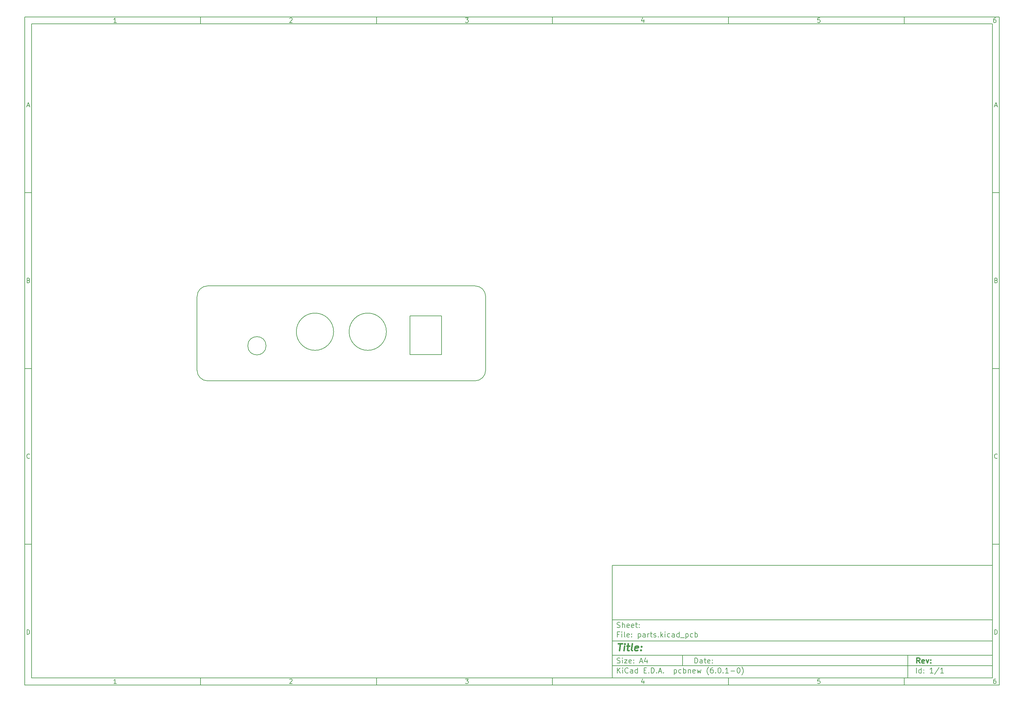
<source format=gm1>
G04 #@! TF.GenerationSoftware,KiCad,Pcbnew,(6.0.1-0)*
G04 #@! TF.CreationDate,2022-01-26T00:07:16+08:00*
G04 #@! TF.ProjectId,parts,70617274-732e-46b6-9963-61645f706362,rev?*
G04 #@! TF.SameCoordinates,Original*
G04 #@! TF.FileFunction,Profile,NP*
%FSLAX46Y46*%
G04 Gerber Fmt 4.6, Leading zero omitted, Abs format (unit mm)*
G04 Created by KiCad (PCBNEW (6.0.1-0)) date 2022-01-26 00:07:16*
%MOMM*%
%LPD*%
G01*
G04 APERTURE LIST*
%ADD10C,0.100000*%
%ADD11C,0.150000*%
%ADD12C,0.300000*%
%ADD13C,0.400000*%
G04 #@! TA.AperFunction,Profile*
%ADD14C,0.150000*%
G04 #@! TD*
G04 APERTURE END LIST*
D10*
D11*
X177002200Y-166007200D02*
X177002200Y-198007200D01*
X285002200Y-198007200D01*
X285002200Y-166007200D01*
X177002200Y-166007200D01*
D10*
D11*
X10000000Y-10000000D02*
X10000000Y-200007200D01*
X287002200Y-200007200D01*
X287002200Y-10000000D01*
X10000000Y-10000000D01*
D10*
D11*
X12000000Y-12000000D02*
X12000000Y-198007200D01*
X285002200Y-198007200D01*
X285002200Y-12000000D01*
X12000000Y-12000000D01*
D10*
D11*
X60000000Y-12000000D02*
X60000000Y-10000000D01*
D10*
D11*
X110000000Y-12000000D02*
X110000000Y-10000000D01*
D10*
D11*
X160000000Y-12000000D02*
X160000000Y-10000000D01*
D10*
D11*
X210000000Y-12000000D02*
X210000000Y-10000000D01*
D10*
D11*
X260000000Y-12000000D02*
X260000000Y-10000000D01*
D10*
D11*
X36065476Y-11588095D02*
X35322619Y-11588095D01*
X35694047Y-11588095D02*
X35694047Y-10288095D01*
X35570238Y-10473809D01*
X35446428Y-10597619D01*
X35322619Y-10659523D01*
D10*
D11*
X85322619Y-10411904D02*
X85384523Y-10350000D01*
X85508333Y-10288095D01*
X85817857Y-10288095D01*
X85941666Y-10350000D01*
X86003571Y-10411904D01*
X86065476Y-10535714D01*
X86065476Y-10659523D01*
X86003571Y-10845238D01*
X85260714Y-11588095D01*
X86065476Y-11588095D01*
D10*
D11*
X135260714Y-10288095D02*
X136065476Y-10288095D01*
X135632142Y-10783333D01*
X135817857Y-10783333D01*
X135941666Y-10845238D01*
X136003571Y-10907142D01*
X136065476Y-11030952D01*
X136065476Y-11340476D01*
X136003571Y-11464285D01*
X135941666Y-11526190D01*
X135817857Y-11588095D01*
X135446428Y-11588095D01*
X135322619Y-11526190D01*
X135260714Y-11464285D01*
D10*
D11*
X185941666Y-10721428D02*
X185941666Y-11588095D01*
X185632142Y-10226190D02*
X185322619Y-11154761D01*
X186127380Y-11154761D01*
D10*
D11*
X236003571Y-10288095D02*
X235384523Y-10288095D01*
X235322619Y-10907142D01*
X235384523Y-10845238D01*
X235508333Y-10783333D01*
X235817857Y-10783333D01*
X235941666Y-10845238D01*
X236003571Y-10907142D01*
X236065476Y-11030952D01*
X236065476Y-11340476D01*
X236003571Y-11464285D01*
X235941666Y-11526190D01*
X235817857Y-11588095D01*
X235508333Y-11588095D01*
X235384523Y-11526190D01*
X235322619Y-11464285D01*
D10*
D11*
X285941666Y-10288095D02*
X285694047Y-10288095D01*
X285570238Y-10350000D01*
X285508333Y-10411904D01*
X285384523Y-10597619D01*
X285322619Y-10845238D01*
X285322619Y-11340476D01*
X285384523Y-11464285D01*
X285446428Y-11526190D01*
X285570238Y-11588095D01*
X285817857Y-11588095D01*
X285941666Y-11526190D01*
X286003571Y-11464285D01*
X286065476Y-11340476D01*
X286065476Y-11030952D01*
X286003571Y-10907142D01*
X285941666Y-10845238D01*
X285817857Y-10783333D01*
X285570238Y-10783333D01*
X285446428Y-10845238D01*
X285384523Y-10907142D01*
X285322619Y-11030952D01*
D10*
D11*
X60000000Y-198007200D02*
X60000000Y-200007200D01*
D10*
D11*
X110000000Y-198007200D02*
X110000000Y-200007200D01*
D10*
D11*
X160000000Y-198007200D02*
X160000000Y-200007200D01*
D10*
D11*
X210000000Y-198007200D02*
X210000000Y-200007200D01*
D10*
D11*
X260000000Y-198007200D02*
X260000000Y-200007200D01*
D10*
D11*
X36065476Y-199595295D02*
X35322619Y-199595295D01*
X35694047Y-199595295D02*
X35694047Y-198295295D01*
X35570238Y-198481009D01*
X35446428Y-198604819D01*
X35322619Y-198666723D01*
D10*
D11*
X85322619Y-198419104D02*
X85384523Y-198357200D01*
X85508333Y-198295295D01*
X85817857Y-198295295D01*
X85941666Y-198357200D01*
X86003571Y-198419104D01*
X86065476Y-198542914D01*
X86065476Y-198666723D01*
X86003571Y-198852438D01*
X85260714Y-199595295D01*
X86065476Y-199595295D01*
D10*
D11*
X135260714Y-198295295D02*
X136065476Y-198295295D01*
X135632142Y-198790533D01*
X135817857Y-198790533D01*
X135941666Y-198852438D01*
X136003571Y-198914342D01*
X136065476Y-199038152D01*
X136065476Y-199347676D01*
X136003571Y-199471485D01*
X135941666Y-199533390D01*
X135817857Y-199595295D01*
X135446428Y-199595295D01*
X135322619Y-199533390D01*
X135260714Y-199471485D01*
D10*
D11*
X185941666Y-198728628D02*
X185941666Y-199595295D01*
X185632142Y-198233390D02*
X185322619Y-199161961D01*
X186127380Y-199161961D01*
D10*
D11*
X236003571Y-198295295D02*
X235384523Y-198295295D01*
X235322619Y-198914342D01*
X235384523Y-198852438D01*
X235508333Y-198790533D01*
X235817857Y-198790533D01*
X235941666Y-198852438D01*
X236003571Y-198914342D01*
X236065476Y-199038152D01*
X236065476Y-199347676D01*
X236003571Y-199471485D01*
X235941666Y-199533390D01*
X235817857Y-199595295D01*
X235508333Y-199595295D01*
X235384523Y-199533390D01*
X235322619Y-199471485D01*
D10*
D11*
X285941666Y-198295295D02*
X285694047Y-198295295D01*
X285570238Y-198357200D01*
X285508333Y-198419104D01*
X285384523Y-198604819D01*
X285322619Y-198852438D01*
X285322619Y-199347676D01*
X285384523Y-199471485D01*
X285446428Y-199533390D01*
X285570238Y-199595295D01*
X285817857Y-199595295D01*
X285941666Y-199533390D01*
X286003571Y-199471485D01*
X286065476Y-199347676D01*
X286065476Y-199038152D01*
X286003571Y-198914342D01*
X285941666Y-198852438D01*
X285817857Y-198790533D01*
X285570238Y-198790533D01*
X285446428Y-198852438D01*
X285384523Y-198914342D01*
X285322619Y-199038152D01*
D10*
D11*
X10000000Y-60000000D02*
X12000000Y-60000000D01*
D10*
D11*
X10000000Y-110000000D02*
X12000000Y-110000000D01*
D10*
D11*
X10000000Y-160000000D02*
X12000000Y-160000000D01*
D10*
D11*
X10690476Y-35216666D02*
X11309523Y-35216666D01*
X10566666Y-35588095D02*
X11000000Y-34288095D01*
X11433333Y-35588095D01*
D10*
D11*
X11092857Y-84907142D02*
X11278571Y-84969047D01*
X11340476Y-85030952D01*
X11402380Y-85154761D01*
X11402380Y-85340476D01*
X11340476Y-85464285D01*
X11278571Y-85526190D01*
X11154761Y-85588095D01*
X10659523Y-85588095D01*
X10659523Y-84288095D01*
X11092857Y-84288095D01*
X11216666Y-84350000D01*
X11278571Y-84411904D01*
X11340476Y-84535714D01*
X11340476Y-84659523D01*
X11278571Y-84783333D01*
X11216666Y-84845238D01*
X11092857Y-84907142D01*
X10659523Y-84907142D01*
D10*
D11*
X11402380Y-135464285D02*
X11340476Y-135526190D01*
X11154761Y-135588095D01*
X11030952Y-135588095D01*
X10845238Y-135526190D01*
X10721428Y-135402380D01*
X10659523Y-135278571D01*
X10597619Y-135030952D01*
X10597619Y-134845238D01*
X10659523Y-134597619D01*
X10721428Y-134473809D01*
X10845238Y-134350000D01*
X11030952Y-134288095D01*
X11154761Y-134288095D01*
X11340476Y-134350000D01*
X11402380Y-134411904D01*
D10*
D11*
X10659523Y-185588095D02*
X10659523Y-184288095D01*
X10969047Y-184288095D01*
X11154761Y-184350000D01*
X11278571Y-184473809D01*
X11340476Y-184597619D01*
X11402380Y-184845238D01*
X11402380Y-185030952D01*
X11340476Y-185278571D01*
X11278571Y-185402380D01*
X11154761Y-185526190D01*
X10969047Y-185588095D01*
X10659523Y-185588095D01*
D10*
D11*
X287002200Y-60000000D02*
X285002200Y-60000000D01*
D10*
D11*
X287002200Y-110000000D02*
X285002200Y-110000000D01*
D10*
D11*
X287002200Y-160000000D02*
X285002200Y-160000000D01*
D10*
D11*
X285692676Y-35216666D02*
X286311723Y-35216666D01*
X285568866Y-35588095D02*
X286002200Y-34288095D01*
X286435533Y-35588095D01*
D10*
D11*
X286095057Y-84907142D02*
X286280771Y-84969047D01*
X286342676Y-85030952D01*
X286404580Y-85154761D01*
X286404580Y-85340476D01*
X286342676Y-85464285D01*
X286280771Y-85526190D01*
X286156961Y-85588095D01*
X285661723Y-85588095D01*
X285661723Y-84288095D01*
X286095057Y-84288095D01*
X286218866Y-84350000D01*
X286280771Y-84411904D01*
X286342676Y-84535714D01*
X286342676Y-84659523D01*
X286280771Y-84783333D01*
X286218866Y-84845238D01*
X286095057Y-84907142D01*
X285661723Y-84907142D01*
D10*
D11*
X286404580Y-135464285D02*
X286342676Y-135526190D01*
X286156961Y-135588095D01*
X286033152Y-135588095D01*
X285847438Y-135526190D01*
X285723628Y-135402380D01*
X285661723Y-135278571D01*
X285599819Y-135030952D01*
X285599819Y-134845238D01*
X285661723Y-134597619D01*
X285723628Y-134473809D01*
X285847438Y-134350000D01*
X286033152Y-134288095D01*
X286156961Y-134288095D01*
X286342676Y-134350000D01*
X286404580Y-134411904D01*
D10*
D11*
X285661723Y-185588095D02*
X285661723Y-184288095D01*
X285971247Y-184288095D01*
X286156961Y-184350000D01*
X286280771Y-184473809D01*
X286342676Y-184597619D01*
X286404580Y-184845238D01*
X286404580Y-185030952D01*
X286342676Y-185278571D01*
X286280771Y-185402380D01*
X286156961Y-185526190D01*
X285971247Y-185588095D01*
X285661723Y-185588095D01*
D10*
D11*
X200434342Y-193785771D02*
X200434342Y-192285771D01*
X200791485Y-192285771D01*
X201005771Y-192357200D01*
X201148628Y-192500057D01*
X201220057Y-192642914D01*
X201291485Y-192928628D01*
X201291485Y-193142914D01*
X201220057Y-193428628D01*
X201148628Y-193571485D01*
X201005771Y-193714342D01*
X200791485Y-193785771D01*
X200434342Y-193785771D01*
X202577200Y-193785771D02*
X202577200Y-193000057D01*
X202505771Y-192857200D01*
X202362914Y-192785771D01*
X202077200Y-192785771D01*
X201934342Y-192857200D01*
X202577200Y-193714342D02*
X202434342Y-193785771D01*
X202077200Y-193785771D01*
X201934342Y-193714342D01*
X201862914Y-193571485D01*
X201862914Y-193428628D01*
X201934342Y-193285771D01*
X202077200Y-193214342D01*
X202434342Y-193214342D01*
X202577200Y-193142914D01*
X203077200Y-192785771D02*
X203648628Y-192785771D01*
X203291485Y-192285771D02*
X203291485Y-193571485D01*
X203362914Y-193714342D01*
X203505771Y-193785771D01*
X203648628Y-193785771D01*
X204720057Y-193714342D02*
X204577200Y-193785771D01*
X204291485Y-193785771D01*
X204148628Y-193714342D01*
X204077200Y-193571485D01*
X204077200Y-193000057D01*
X204148628Y-192857200D01*
X204291485Y-192785771D01*
X204577200Y-192785771D01*
X204720057Y-192857200D01*
X204791485Y-193000057D01*
X204791485Y-193142914D01*
X204077200Y-193285771D01*
X205434342Y-193642914D02*
X205505771Y-193714342D01*
X205434342Y-193785771D01*
X205362914Y-193714342D01*
X205434342Y-193642914D01*
X205434342Y-193785771D01*
X205434342Y-192857200D02*
X205505771Y-192928628D01*
X205434342Y-193000057D01*
X205362914Y-192928628D01*
X205434342Y-192857200D01*
X205434342Y-193000057D01*
D10*
D11*
X177002200Y-194507200D02*
X285002200Y-194507200D01*
D10*
D11*
X178434342Y-196585771D02*
X178434342Y-195085771D01*
X179291485Y-196585771D02*
X178648628Y-195728628D01*
X179291485Y-195085771D02*
X178434342Y-195942914D01*
X179934342Y-196585771D02*
X179934342Y-195585771D01*
X179934342Y-195085771D02*
X179862914Y-195157200D01*
X179934342Y-195228628D01*
X180005771Y-195157200D01*
X179934342Y-195085771D01*
X179934342Y-195228628D01*
X181505771Y-196442914D02*
X181434342Y-196514342D01*
X181220057Y-196585771D01*
X181077200Y-196585771D01*
X180862914Y-196514342D01*
X180720057Y-196371485D01*
X180648628Y-196228628D01*
X180577200Y-195942914D01*
X180577200Y-195728628D01*
X180648628Y-195442914D01*
X180720057Y-195300057D01*
X180862914Y-195157200D01*
X181077200Y-195085771D01*
X181220057Y-195085771D01*
X181434342Y-195157200D01*
X181505771Y-195228628D01*
X182791485Y-196585771D02*
X182791485Y-195800057D01*
X182720057Y-195657200D01*
X182577200Y-195585771D01*
X182291485Y-195585771D01*
X182148628Y-195657200D01*
X182791485Y-196514342D02*
X182648628Y-196585771D01*
X182291485Y-196585771D01*
X182148628Y-196514342D01*
X182077200Y-196371485D01*
X182077200Y-196228628D01*
X182148628Y-196085771D01*
X182291485Y-196014342D01*
X182648628Y-196014342D01*
X182791485Y-195942914D01*
X184148628Y-196585771D02*
X184148628Y-195085771D01*
X184148628Y-196514342D02*
X184005771Y-196585771D01*
X183720057Y-196585771D01*
X183577200Y-196514342D01*
X183505771Y-196442914D01*
X183434342Y-196300057D01*
X183434342Y-195871485D01*
X183505771Y-195728628D01*
X183577200Y-195657200D01*
X183720057Y-195585771D01*
X184005771Y-195585771D01*
X184148628Y-195657200D01*
X186005771Y-195800057D02*
X186505771Y-195800057D01*
X186720057Y-196585771D02*
X186005771Y-196585771D01*
X186005771Y-195085771D01*
X186720057Y-195085771D01*
X187362914Y-196442914D02*
X187434342Y-196514342D01*
X187362914Y-196585771D01*
X187291485Y-196514342D01*
X187362914Y-196442914D01*
X187362914Y-196585771D01*
X188077200Y-196585771D02*
X188077200Y-195085771D01*
X188434342Y-195085771D01*
X188648628Y-195157200D01*
X188791485Y-195300057D01*
X188862914Y-195442914D01*
X188934342Y-195728628D01*
X188934342Y-195942914D01*
X188862914Y-196228628D01*
X188791485Y-196371485D01*
X188648628Y-196514342D01*
X188434342Y-196585771D01*
X188077200Y-196585771D01*
X189577200Y-196442914D02*
X189648628Y-196514342D01*
X189577200Y-196585771D01*
X189505771Y-196514342D01*
X189577200Y-196442914D01*
X189577200Y-196585771D01*
X190220057Y-196157200D02*
X190934342Y-196157200D01*
X190077200Y-196585771D02*
X190577200Y-195085771D01*
X191077200Y-196585771D01*
X191577200Y-196442914D02*
X191648628Y-196514342D01*
X191577200Y-196585771D01*
X191505771Y-196514342D01*
X191577200Y-196442914D01*
X191577200Y-196585771D01*
X194577200Y-195585771D02*
X194577200Y-197085771D01*
X194577200Y-195657200D02*
X194720057Y-195585771D01*
X195005771Y-195585771D01*
X195148628Y-195657200D01*
X195220057Y-195728628D01*
X195291485Y-195871485D01*
X195291485Y-196300057D01*
X195220057Y-196442914D01*
X195148628Y-196514342D01*
X195005771Y-196585771D01*
X194720057Y-196585771D01*
X194577200Y-196514342D01*
X196577200Y-196514342D02*
X196434342Y-196585771D01*
X196148628Y-196585771D01*
X196005771Y-196514342D01*
X195934342Y-196442914D01*
X195862914Y-196300057D01*
X195862914Y-195871485D01*
X195934342Y-195728628D01*
X196005771Y-195657200D01*
X196148628Y-195585771D01*
X196434342Y-195585771D01*
X196577200Y-195657200D01*
X197220057Y-196585771D02*
X197220057Y-195085771D01*
X197220057Y-195657200D02*
X197362914Y-195585771D01*
X197648628Y-195585771D01*
X197791485Y-195657200D01*
X197862914Y-195728628D01*
X197934342Y-195871485D01*
X197934342Y-196300057D01*
X197862914Y-196442914D01*
X197791485Y-196514342D01*
X197648628Y-196585771D01*
X197362914Y-196585771D01*
X197220057Y-196514342D01*
X198577200Y-195585771D02*
X198577200Y-196585771D01*
X198577200Y-195728628D02*
X198648628Y-195657200D01*
X198791485Y-195585771D01*
X199005771Y-195585771D01*
X199148628Y-195657200D01*
X199220057Y-195800057D01*
X199220057Y-196585771D01*
X200505771Y-196514342D02*
X200362914Y-196585771D01*
X200077200Y-196585771D01*
X199934342Y-196514342D01*
X199862914Y-196371485D01*
X199862914Y-195800057D01*
X199934342Y-195657200D01*
X200077200Y-195585771D01*
X200362914Y-195585771D01*
X200505771Y-195657200D01*
X200577200Y-195800057D01*
X200577200Y-195942914D01*
X199862914Y-196085771D01*
X201077200Y-195585771D02*
X201362914Y-196585771D01*
X201648628Y-195871485D01*
X201934342Y-196585771D01*
X202220057Y-195585771D01*
X204362914Y-197157200D02*
X204291485Y-197085771D01*
X204148628Y-196871485D01*
X204077200Y-196728628D01*
X204005771Y-196514342D01*
X203934342Y-196157200D01*
X203934342Y-195871485D01*
X204005771Y-195514342D01*
X204077200Y-195300057D01*
X204148628Y-195157200D01*
X204291485Y-194942914D01*
X204362914Y-194871485D01*
X205577200Y-195085771D02*
X205291485Y-195085771D01*
X205148628Y-195157200D01*
X205077200Y-195228628D01*
X204934342Y-195442914D01*
X204862914Y-195728628D01*
X204862914Y-196300057D01*
X204934342Y-196442914D01*
X205005771Y-196514342D01*
X205148628Y-196585771D01*
X205434342Y-196585771D01*
X205577200Y-196514342D01*
X205648628Y-196442914D01*
X205720057Y-196300057D01*
X205720057Y-195942914D01*
X205648628Y-195800057D01*
X205577200Y-195728628D01*
X205434342Y-195657200D01*
X205148628Y-195657200D01*
X205005771Y-195728628D01*
X204934342Y-195800057D01*
X204862914Y-195942914D01*
X206362914Y-196442914D02*
X206434342Y-196514342D01*
X206362914Y-196585771D01*
X206291485Y-196514342D01*
X206362914Y-196442914D01*
X206362914Y-196585771D01*
X207362914Y-195085771D02*
X207505771Y-195085771D01*
X207648628Y-195157200D01*
X207720057Y-195228628D01*
X207791485Y-195371485D01*
X207862914Y-195657200D01*
X207862914Y-196014342D01*
X207791485Y-196300057D01*
X207720057Y-196442914D01*
X207648628Y-196514342D01*
X207505771Y-196585771D01*
X207362914Y-196585771D01*
X207220057Y-196514342D01*
X207148628Y-196442914D01*
X207077200Y-196300057D01*
X207005771Y-196014342D01*
X207005771Y-195657200D01*
X207077200Y-195371485D01*
X207148628Y-195228628D01*
X207220057Y-195157200D01*
X207362914Y-195085771D01*
X208505771Y-196442914D02*
X208577200Y-196514342D01*
X208505771Y-196585771D01*
X208434342Y-196514342D01*
X208505771Y-196442914D01*
X208505771Y-196585771D01*
X210005771Y-196585771D02*
X209148628Y-196585771D01*
X209577200Y-196585771D02*
X209577200Y-195085771D01*
X209434342Y-195300057D01*
X209291485Y-195442914D01*
X209148628Y-195514342D01*
X210648628Y-196014342D02*
X211791485Y-196014342D01*
X212791485Y-195085771D02*
X212934342Y-195085771D01*
X213077200Y-195157200D01*
X213148628Y-195228628D01*
X213220057Y-195371485D01*
X213291485Y-195657200D01*
X213291485Y-196014342D01*
X213220057Y-196300057D01*
X213148628Y-196442914D01*
X213077200Y-196514342D01*
X212934342Y-196585771D01*
X212791485Y-196585771D01*
X212648628Y-196514342D01*
X212577200Y-196442914D01*
X212505771Y-196300057D01*
X212434342Y-196014342D01*
X212434342Y-195657200D01*
X212505771Y-195371485D01*
X212577200Y-195228628D01*
X212648628Y-195157200D01*
X212791485Y-195085771D01*
X213791485Y-197157200D02*
X213862914Y-197085771D01*
X214005771Y-196871485D01*
X214077200Y-196728628D01*
X214148628Y-196514342D01*
X214220057Y-196157200D01*
X214220057Y-195871485D01*
X214148628Y-195514342D01*
X214077200Y-195300057D01*
X214005771Y-195157200D01*
X213862914Y-194942914D01*
X213791485Y-194871485D01*
D10*
D11*
X177002200Y-191507200D02*
X285002200Y-191507200D01*
D10*
D12*
X264411485Y-193785771D02*
X263911485Y-193071485D01*
X263554342Y-193785771D02*
X263554342Y-192285771D01*
X264125771Y-192285771D01*
X264268628Y-192357200D01*
X264340057Y-192428628D01*
X264411485Y-192571485D01*
X264411485Y-192785771D01*
X264340057Y-192928628D01*
X264268628Y-193000057D01*
X264125771Y-193071485D01*
X263554342Y-193071485D01*
X265625771Y-193714342D02*
X265482914Y-193785771D01*
X265197200Y-193785771D01*
X265054342Y-193714342D01*
X264982914Y-193571485D01*
X264982914Y-193000057D01*
X265054342Y-192857200D01*
X265197200Y-192785771D01*
X265482914Y-192785771D01*
X265625771Y-192857200D01*
X265697200Y-193000057D01*
X265697200Y-193142914D01*
X264982914Y-193285771D01*
X266197200Y-192785771D02*
X266554342Y-193785771D01*
X266911485Y-192785771D01*
X267482914Y-193642914D02*
X267554342Y-193714342D01*
X267482914Y-193785771D01*
X267411485Y-193714342D01*
X267482914Y-193642914D01*
X267482914Y-193785771D01*
X267482914Y-192857200D02*
X267554342Y-192928628D01*
X267482914Y-193000057D01*
X267411485Y-192928628D01*
X267482914Y-192857200D01*
X267482914Y-193000057D01*
D10*
D11*
X178362914Y-193714342D02*
X178577200Y-193785771D01*
X178934342Y-193785771D01*
X179077200Y-193714342D01*
X179148628Y-193642914D01*
X179220057Y-193500057D01*
X179220057Y-193357200D01*
X179148628Y-193214342D01*
X179077200Y-193142914D01*
X178934342Y-193071485D01*
X178648628Y-193000057D01*
X178505771Y-192928628D01*
X178434342Y-192857200D01*
X178362914Y-192714342D01*
X178362914Y-192571485D01*
X178434342Y-192428628D01*
X178505771Y-192357200D01*
X178648628Y-192285771D01*
X179005771Y-192285771D01*
X179220057Y-192357200D01*
X179862914Y-193785771D02*
X179862914Y-192785771D01*
X179862914Y-192285771D02*
X179791485Y-192357200D01*
X179862914Y-192428628D01*
X179934342Y-192357200D01*
X179862914Y-192285771D01*
X179862914Y-192428628D01*
X180434342Y-192785771D02*
X181220057Y-192785771D01*
X180434342Y-193785771D01*
X181220057Y-193785771D01*
X182362914Y-193714342D02*
X182220057Y-193785771D01*
X181934342Y-193785771D01*
X181791485Y-193714342D01*
X181720057Y-193571485D01*
X181720057Y-193000057D01*
X181791485Y-192857200D01*
X181934342Y-192785771D01*
X182220057Y-192785771D01*
X182362914Y-192857200D01*
X182434342Y-193000057D01*
X182434342Y-193142914D01*
X181720057Y-193285771D01*
X183077200Y-193642914D02*
X183148628Y-193714342D01*
X183077200Y-193785771D01*
X183005771Y-193714342D01*
X183077200Y-193642914D01*
X183077200Y-193785771D01*
X183077200Y-192857200D02*
X183148628Y-192928628D01*
X183077200Y-193000057D01*
X183005771Y-192928628D01*
X183077200Y-192857200D01*
X183077200Y-193000057D01*
X184862914Y-193357200D02*
X185577200Y-193357200D01*
X184720057Y-193785771D02*
X185220057Y-192285771D01*
X185720057Y-193785771D01*
X186862914Y-192785771D02*
X186862914Y-193785771D01*
X186505771Y-192214342D02*
X186148628Y-193285771D01*
X187077200Y-193285771D01*
D10*
D11*
X263434342Y-196585771D02*
X263434342Y-195085771D01*
X264791485Y-196585771D02*
X264791485Y-195085771D01*
X264791485Y-196514342D02*
X264648628Y-196585771D01*
X264362914Y-196585771D01*
X264220057Y-196514342D01*
X264148628Y-196442914D01*
X264077200Y-196300057D01*
X264077200Y-195871485D01*
X264148628Y-195728628D01*
X264220057Y-195657200D01*
X264362914Y-195585771D01*
X264648628Y-195585771D01*
X264791485Y-195657200D01*
X265505771Y-196442914D02*
X265577200Y-196514342D01*
X265505771Y-196585771D01*
X265434342Y-196514342D01*
X265505771Y-196442914D01*
X265505771Y-196585771D01*
X265505771Y-195657200D02*
X265577200Y-195728628D01*
X265505771Y-195800057D01*
X265434342Y-195728628D01*
X265505771Y-195657200D01*
X265505771Y-195800057D01*
X268148628Y-196585771D02*
X267291485Y-196585771D01*
X267720057Y-196585771D02*
X267720057Y-195085771D01*
X267577200Y-195300057D01*
X267434342Y-195442914D01*
X267291485Y-195514342D01*
X269862914Y-195014342D02*
X268577200Y-196942914D01*
X271148628Y-196585771D02*
X270291485Y-196585771D01*
X270720057Y-196585771D02*
X270720057Y-195085771D01*
X270577200Y-195300057D01*
X270434342Y-195442914D01*
X270291485Y-195514342D01*
D10*
D11*
X177002200Y-187507200D02*
X285002200Y-187507200D01*
D10*
D13*
X178714580Y-188211961D02*
X179857438Y-188211961D01*
X179036009Y-190211961D02*
X179286009Y-188211961D01*
X180274104Y-190211961D02*
X180440771Y-188878628D01*
X180524104Y-188211961D02*
X180416961Y-188307200D01*
X180500295Y-188402438D01*
X180607438Y-188307200D01*
X180524104Y-188211961D01*
X180500295Y-188402438D01*
X181107438Y-188878628D02*
X181869342Y-188878628D01*
X181476485Y-188211961D02*
X181262200Y-189926247D01*
X181333628Y-190116723D01*
X181512200Y-190211961D01*
X181702676Y-190211961D01*
X182655057Y-190211961D02*
X182476485Y-190116723D01*
X182405057Y-189926247D01*
X182619342Y-188211961D01*
X184190771Y-190116723D02*
X183988390Y-190211961D01*
X183607438Y-190211961D01*
X183428866Y-190116723D01*
X183357438Y-189926247D01*
X183452676Y-189164342D01*
X183571723Y-188973866D01*
X183774104Y-188878628D01*
X184155057Y-188878628D01*
X184333628Y-188973866D01*
X184405057Y-189164342D01*
X184381247Y-189354819D01*
X183405057Y-189545295D01*
X185155057Y-190021485D02*
X185238390Y-190116723D01*
X185131247Y-190211961D01*
X185047914Y-190116723D01*
X185155057Y-190021485D01*
X185131247Y-190211961D01*
X185286009Y-188973866D02*
X185369342Y-189069104D01*
X185262200Y-189164342D01*
X185178866Y-189069104D01*
X185286009Y-188973866D01*
X185262200Y-189164342D01*
D10*
D11*
X178934342Y-185600057D02*
X178434342Y-185600057D01*
X178434342Y-186385771D02*
X178434342Y-184885771D01*
X179148628Y-184885771D01*
X179720057Y-186385771D02*
X179720057Y-185385771D01*
X179720057Y-184885771D02*
X179648628Y-184957200D01*
X179720057Y-185028628D01*
X179791485Y-184957200D01*
X179720057Y-184885771D01*
X179720057Y-185028628D01*
X180648628Y-186385771D02*
X180505771Y-186314342D01*
X180434342Y-186171485D01*
X180434342Y-184885771D01*
X181791485Y-186314342D02*
X181648628Y-186385771D01*
X181362914Y-186385771D01*
X181220057Y-186314342D01*
X181148628Y-186171485D01*
X181148628Y-185600057D01*
X181220057Y-185457200D01*
X181362914Y-185385771D01*
X181648628Y-185385771D01*
X181791485Y-185457200D01*
X181862914Y-185600057D01*
X181862914Y-185742914D01*
X181148628Y-185885771D01*
X182505771Y-186242914D02*
X182577200Y-186314342D01*
X182505771Y-186385771D01*
X182434342Y-186314342D01*
X182505771Y-186242914D01*
X182505771Y-186385771D01*
X182505771Y-185457200D02*
X182577200Y-185528628D01*
X182505771Y-185600057D01*
X182434342Y-185528628D01*
X182505771Y-185457200D01*
X182505771Y-185600057D01*
X184362914Y-185385771D02*
X184362914Y-186885771D01*
X184362914Y-185457200D02*
X184505771Y-185385771D01*
X184791485Y-185385771D01*
X184934342Y-185457200D01*
X185005771Y-185528628D01*
X185077200Y-185671485D01*
X185077200Y-186100057D01*
X185005771Y-186242914D01*
X184934342Y-186314342D01*
X184791485Y-186385771D01*
X184505771Y-186385771D01*
X184362914Y-186314342D01*
X186362914Y-186385771D02*
X186362914Y-185600057D01*
X186291485Y-185457200D01*
X186148628Y-185385771D01*
X185862914Y-185385771D01*
X185720057Y-185457200D01*
X186362914Y-186314342D02*
X186220057Y-186385771D01*
X185862914Y-186385771D01*
X185720057Y-186314342D01*
X185648628Y-186171485D01*
X185648628Y-186028628D01*
X185720057Y-185885771D01*
X185862914Y-185814342D01*
X186220057Y-185814342D01*
X186362914Y-185742914D01*
X187077200Y-186385771D02*
X187077200Y-185385771D01*
X187077200Y-185671485D02*
X187148628Y-185528628D01*
X187220057Y-185457200D01*
X187362914Y-185385771D01*
X187505771Y-185385771D01*
X187791485Y-185385771D02*
X188362914Y-185385771D01*
X188005771Y-184885771D02*
X188005771Y-186171485D01*
X188077200Y-186314342D01*
X188220057Y-186385771D01*
X188362914Y-186385771D01*
X188791485Y-186314342D02*
X188934342Y-186385771D01*
X189220057Y-186385771D01*
X189362914Y-186314342D01*
X189434342Y-186171485D01*
X189434342Y-186100057D01*
X189362914Y-185957200D01*
X189220057Y-185885771D01*
X189005771Y-185885771D01*
X188862914Y-185814342D01*
X188791485Y-185671485D01*
X188791485Y-185600057D01*
X188862914Y-185457200D01*
X189005771Y-185385771D01*
X189220057Y-185385771D01*
X189362914Y-185457200D01*
X190077200Y-186242914D02*
X190148628Y-186314342D01*
X190077200Y-186385771D01*
X190005771Y-186314342D01*
X190077200Y-186242914D01*
X190077200Y-186385771D01*
X190791485Y-186385771D02*
X190791485Y-184885771D01*
X190934342Y-185814342D02*
X191362914Y-186385771D01*
X191362914Y-185385771D02*
X190791485Y-185957200D01*
X192005771Y-186385771D02*
X192005771Y-185385771D01*
X192005771Y-184885771D02*
X191934342Y-184957200D01*
X192005771Y-185028628D01*
X192077200Y-184957200D01*
X192005771Y-184885771D01*
X192005771Y-185028628D01*
X193362914Y-186314342D02*
X193220057Y-186385771D01*
X192934342Y-186385771D01*
X192791485Y-186314342D01*
X192720057Y-186242914D01*
X192648628Y-186100057D01*
X192648628Y-185671485D01*
X192720057Y-185528628D01*
X192791485Y-185457200D01*
X192934342Y-185385771D01*
X193220057Y-185385771D01*
X193362914Y-185457200D01*
X194648628Y-186385771D02*
X194648628Y-185600057D01*
X194577200Y-185457200D01*
X194434342Y-185385771D01*
X194148628Y-185385771D01*
X194005771Y-185457200D01*
X194648628Y-186314342D02*
X194505771Y-186385771D01*
X194148628Y-186385771D01*
X194005771Y-186314342D01*
X193934342Y-186171485D01*
X193934342Y-186028628D01*
X194005771Y-185885771D01*
X194148628Y-185814342D01*
X194505771Y-185814342D01*
X194648628Y-185742914D01*
X196005771Y-186385771D02*
X196005771Y-184885771D01*
X196005771Y-186314342D02*
X195862914Y-186385771D01*
X195577200Y-186385771D01*
X195434342Y-186314342D01*
X195362914Y-186242914D01*
X195291485Y-186100057D01*
X195291485Y-185671485D01*
X195362914Y-185528628D01*
X195434342Y-185457200D01*
X195577200Y-185385771D01*
X195862914Y-185385771D01*
X196005771Y-185457200D01*
X196362914Y-186528628D02*
X197505771Y-186528628D01*
X197862914Y-185385771D02*
X197862914Y-186885771D01*
X197862914Y-185457200D02*
X198005771Y-185385771D01*
X198291485Y-185385771D01*
X198434342Y-185457200D01*
X198505771Y-185528628D01*
X198577200Y-185671485D01*
X198577200Y-186100057D01*
X198505771Y-186242914D01*
X198434342Y-186314342D01*
X198291485Y-186385771D01*
X198005771Y-186385771D01*
X197862914Y-186314342D01*
X199862914Y-186314342D02*
X199720057Y-186385771D01*
X199434342Y-186385771D01*
X199291485Y-186314342D01*
X199220057Y-186242914D01*
X199148628Y-186100057D01*
X199148628Y-185671485D01*
X199220057Y-185528628D01*
X199291485Y-185457200D01*
X199434342Y-185385771D01*
X199720057Y-185385771D01*
X199862914Y-185457200D01*
X200505771Y-186385771D02*
X200505771Y-184885771D01*
X200505771Y-185457200D02*
X200648628Y-185385771D01*
X200934342Y-185385771D01*
X201077200Y-185457200D01*
X201148628Y-185528628D01*
X201220057Y-185671485D01*
X201220057Y-186100057D01*
X201148628Y-186242914D01*
X201077200Y-186314342D01*
X200934342Y-186385771D01*
X200648628Y-186385771D01*
X200505771Y-186314342D01*
D10*
D11*
X177002200Y-181507200D02*
X285002200Y-181507200D01*
D10*
D11*
X178362914Y-183614342D02*
X178577200Y-183685771D01*
X178934342Y-183685771D01*
X179077200Y-183614342D01*
X179148628Y-183542914D01*
X179220057Y-183400057D01*
X179220057Y-183257200D01*
X179148628Y-183114342D01*
X179077200Y-183042914D01*
X178934342Y-182971485D01*
X178648628Y-182900057D01*
X178505771Y-182828628D01*
X178434342Y-182757200D01*
X178362914Y-182614342D01*
X178362914Y-182471485D01*
X178434342Y-182328628D01*
X178505771Y-182257200D01*
X178648628Y-182185771D01*
X179005771Y-182185771D01*
X179220057Y-182257200D01*
X179862914Y-183685771D02*
X179862914Y-182185771D01*
X180505771Y-183685771D02*
X180505771Y-182900057D01*
X180434342Y-182757200D01*
X180291485Y-182685771D01*
X180077200Y-182685771D01*
X179934342Y-182757200D01*
X179862914Y-182828628D01*
X181791485Y-183614342D02*
X181648628Y-183685771D01*
X181362914Y-183685771D01*
X181220057Y-183614342D01*
X181148628Y-183471485D01*
X181148628Y-182900057D01*
X181220057Y-182757200D01*
X181362914Y-182685771D01*
X181648628Y-182685771D01*
X181791485Y-182757200D01*
X181862914Y-182900057D01*
X181862914Y-183042914D01*
X181148628Y-183185771D01*
X183077200Y-183614342D02*
X182934342Y-183685771D01*
X182648628Y-183685771D01*
X182505771Y-183614342D01*
X182434342Y-183471485D01*
X182434342Y-182900057D01*
X182505771Y-182757200D01*
X182648628Y-182685771D01*
X182934342Y-182685771D01*
X183077200Y-182757200D01*
X183148628Y-182900057D01*
X183148628Y-183042914D01*
X182434342Y-183185771D01*
X183577200Y-182685771D02*
X184148628Y-182685771D01*
X183791485Y-182185771D02*
X183791485Y-183471485D01*
X183862914Y-183614342D01*
X184005771Y-183685771D01*
X184148628Y-183685771D01*
X184648628Y-183542914D02*
X184720057Y-183614342D01*
X184648628Y-183685771D01*
X184577200Y-183614342D01*
X184648628Y-183542914D01*
X184648628Y-183685771D01*
X184648628Y-182757200D02*
X184720057Y-182828628D01*
X184648628Y-182900057D01*
X184577200Y-182828628D01*
X184648628Y-182757200D01*
X184648628Y-182900057D01*
D10*
D12*
D10*
D11*
D10*
D11*
D10*
D11*
D10*
D11*
D10*
D11*
X197002200Y-191507200D02*
X197002200Y-194507200D01*
D10*
D11*
X261002200Y-191507200D02*
X261002200Y-198007200D01*
D14*
X138000000Y-113500000D02*
G75*
G03*
X141000000Y-110500000I-1J3000001D01*
G01*
X59000000Y-110500000D02*
X59000000Y-89500000D01*
X62000000Y-86500000D02*
G75*
G03*
X59000000Y-89500000I1J-3000001D01*
G01*
X78600000Y-103525000D02*
G75*
G03*
X78600000Y-103525000I-2600000J0D01*
G01*
X141000000Y-89500000D02*
X141000000Y-110500000D01*
X128500000Y-106025000D02*
X128500000Y-95025000D01*
X97800000Y-99525000D02*
G75*
G03*
X97800000Y-99525000I-5300000J0D01*
G01*
X62000000Y-86500000D02*
X138000000Y-86500000D01*
X59000000Y-110500000D02*
G75*
G03*
X62000000Y-113500000I3000001J1D01*
G01*
X141000000Y-89500000D02*
G75*
G03*
X138000000Y-86500000I-3000001J-1D01*
G01*
X119500000Y-95025000D02*
X119500000Y-106025000D01*
X119500000Y-106025000D02*
X128500000Y-106025000D01*
X138000000Y-113500000D02*
X62000000Y-113500000D01*
X128500000Y-95025000D02*
X119500000Y-95025000D01*
X112800000Y-99525000D02*
G75*
G03*
X112800000Y-99525000I-5300000J0D01*
G01*
M02*

</source>
